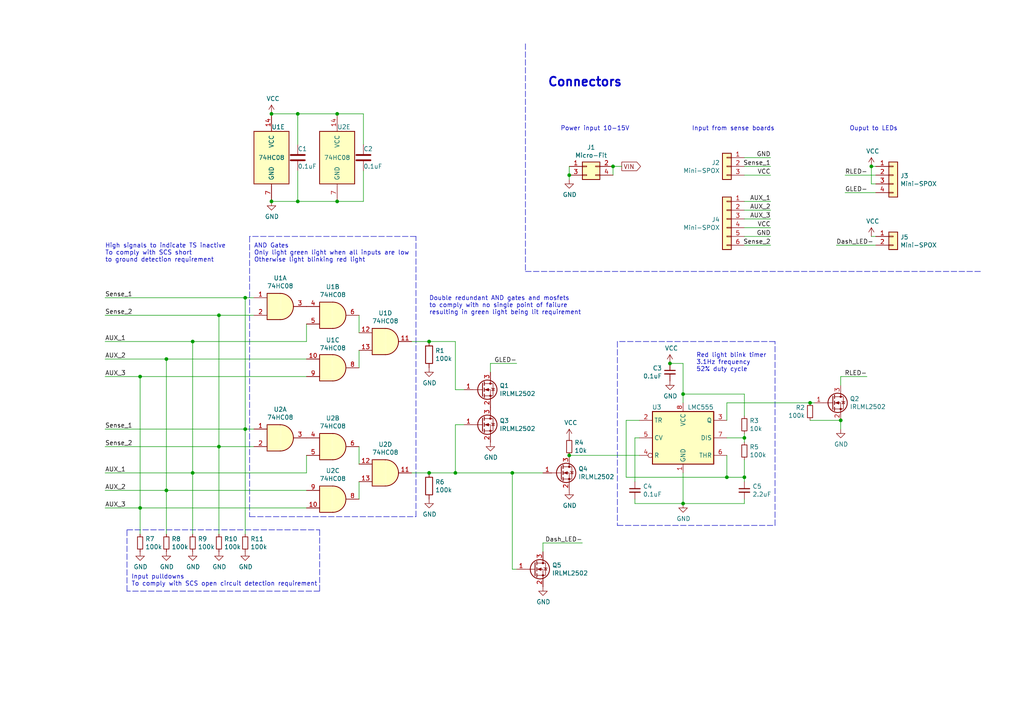
<source format=kicad_sch>
(kicad_sch (version 20211123) (generator eeschema)
  (paper "A4")
  (title_block (title "TSAL Logic and Power Board") (date "2021-03-01") (rev "B") (company "Copyright (c) 2021 Andrew Chen <andrew@xortux.com>"))
  (lib_symbols
    (symbol "archive:74xx_74LS08" (pin_names (offset 1.016))
      (property "Reference" "U" (at 0 1.27 0))
      (property "Value" "74xx_74LS08" (at 0 -1.27 0))
      (symbol "74xx_74LS08_1_1"
        (arc (start 0 -3.81) (mid 3.81 0) (end 0 3.81) (stroke (width 0.254)) (fill (type background)))
        (polyline (pts (xy 0 3.81) (xy -3.81 3.81) (xy -3.81 -3.81) (xy 0 -3.81)) (stroke (width 0.254)) (fill (type background)))
        (pin input line (at -7.62 2.54 0) (length 3.81) (name "~") (number "1"))
        (pin input line (at -7.62 -2.54 0) (length 3.81) (name "~") (number "2"))
        (pin output line (at 7.62 0 180) (length 3.81) (name "~") (number "3"))
      )
      (symbol "74xx_74LS08_1_2"
        (arc (start -3.81 -3.81) (mid -2.589 0) (end -3.81 3.81) (stroke (width 0.254)))
        (arc (start -0.6096 -3.81) (mid 2.1855 -2.584) (end 3.81 0) (stroke (width 0.254)) (fill (type background)))
        (polyline (pts (xy -3.81 -3.81) (xy -0.635 -3.81)) (stroke (width 0.254)) (fill (type background)))
        (polyline (pts (xy -3.81 3.81) (xy -0.635 3.81)) (stroke (width 0.254)) (fill (type background)))
        (polyline (pts (xy -0.635 3.81) (xy -3.81 3.81) (xy -3.81 3.81) (xy -3.556 3.4036) (xy -3.0226 2.2606) (xy -2.6924 1.0414) (xy -2.6162 -0.254) (xy -2.7686 -1.4986) (xy -3.175 -2.7178) (xy -3.81 -3.81) (xy -3.81 -3.81) (xy -0.635 -3.81)) (stroke (width -25.4)) (fill (type background)))
        (arc (start 3.81 0) (mid 2.1928 2.5925) (end -0.6096 3.81) (stroke (width 0.254)) (fill (type background)))
        (pin input inverted (at -7.62 2.54 0) (length 4.318) (name "~") (number "1"))
        (pin input inverted (at -7.62 -2.54 0) (length 4.318) (name "~") (number "2"))
        (pin output inverted (at 7.62 0 180) (length 3.81) (name "~") (number "3"))
      )
      (symbol "74xx_74LS08_2_1"
        (arc (start 0 -3.81) (mid 3.81 0) (end 0 3.81) (stroke (width 0.254)) (fill (type background)))
        (polyline (pts (xy 0 3.81) (xy -3.81 3.81) (xy -3.81 -3.81) (xy 0 -3.81)) (stroke (width 0.254)) (fill (type background)))
        (pin input line (at -7.62 2.54 0) (length 3.81) (name "~") (number "4"))
        (pin input line (at -7.62 -2.54 0) (length 3.81) (name "~") (number "5"))
        (pin output line (at 7.62 0 180) (length 3.81) (name "~") (number "6"))
      )
      (symbol "74xx_74LS08_2_2"
        (arc (start -3.81 -3.81) (mid -2.589 0) (end -3.81 3.81) (stroke (width 0.254)))
        (arc (start -0.6096 -3.81) (mid 2.1855 -2.584) (end 3.81 0) (stroke (width 0.254)) (fill (type background)))
        (polyline (pts (xy -3.81 -3.81) (xy -0.635 -3.81)) (stroke (width 0.254)) (fill (type background)))
        (polyline (pts (xy -3.81 3.81) (xy -0.635 3.81)) (stroke (width 0.254)) (fill (type background)))
        (polyline (pts (xy -0.635 3.81) (xy -3.81 3.81) (xy -3.81 3.81) (xy -3.556 3.4036) (xy -3.0226 2.2606) (xy -2.6924 1.0414) (xy -2.6162 -0.254) (xy -2.7686 -1.4986) (xy -3.175 -2.7178) (xy -3.81 -3.81) (xy -3.81 -3.81) (xy -0.635 -3.81)) (stroke (width -25.4)) (fill (type background)))
        (arc (start 3.81 0) (mid 2.1928 2.5925) (end -0.6096 3.81) (stroke (width 0.254)) (fill (type background)))
        (pin input inverted (at -7.62 2.54 0) (length 4.318) (name "~") (number "4"))
        (pin input inverted (at -7.62 -2.54 0) (length 4.318) (name "~") (number "5"))
        (pin output inverted (at 7.62 0 180) (length 3.81) (name "~") (number "6"))
      )
      (symbol "74xx_74LS08_3_1"
        (arc (start 0 -3.81) (mid 3.81 0) (end 0 3.81) (stroke (width 0.254)) (fill (type background)))
        (polyline (pts (xy 0 3.81) (xy -3.81 3.81) (xy -3.81 -3.81) (xy 0 -3.81)) (stroke (width 0.254)) (fill (type background)))
        (pin input line (at -7.62 -2.54 0) (length 3.81) (name "~") (number "10"))
        (pin output line (at 7.62 0 180) (length 3.81) (name "~") (number "8"))
        (pin input line (at -7.62 2.54 0) (length 3.81) (name "~") (number "9"))
      )
      (symbol "74xx_74LS08_3_2"
        (arc (start -3.81 -3.81) (mid -2.589 0) (end -3.81 3.81) (stroke (width 0.254)))
        (arc (start -0.6096 -3.81) (mid 2.1855 -2.584) (end 3.81 0) (stroke (width 0.254)) (fill (type background)))
        (polyline (pts (xy -3.81 -3.81) (xy -0.635 -3.81)) (stroke (width 0.254)) (fill (type background)))
        (polyline (pts (xy -3.81 3.81) (xy -0.635 3.81)) (stroke (width 0.254)) (fill (type background)))
        (polyline (pts (xy -0.635 3.81) (xy -3.81 3.81) (xy -3.81 3.81) (xy -3.556 3.4036) (xy -3.0226 2.2606) (xy -2.6924 1.0414) (xy -2.6162 -0.254) (xy -2.7686 -1.4986) (xy -3.175 -2.7178) (xy -3.81 -3.81) (xy -3.81 -3.81) (xy -0.635 -3.81)) (stroke (width -25.4)) (fill (type background)))
        (arc (start 3.81 0) (mid 2.1928 2.5925) (end -0.6096 3.81) (stroke (width 0.254)) (fill (type background)))
        (pin input inverted (at -7.62 -2.54 0) (length 4.318) (name "~") (number "10"))
        (pin output inverted (at 7.62 0 180) (length 3.81) (name "~") (number "8"))
        (pin input inverted (at -7.62 2.54 0) (length 4.318) (name "~") (number "9"))
      )
      (symbol "74xx_74LS08_4_1"
        (arc (start 0 -3.81) (mid 3.81 0) (end 0 3.81) (stroke (width 0.254)) (fill (type background)))
        (polyline (pts (xy 0 3.81) (xy -3.81 3.81) (xy -3.81 -3.81) (xy 0 -3.81)) (stroke (width 0.254)) (fill (type background)))
        (pin output line (at 7.62 0 180) (length 3.81) (name "~") (number "11"))
        (pin input line (at -7.62 2.54 0) (length 3.81) (name "~") (number "12"))
        (pin input line (at -7.62 -2.54 0) (length 3.81) (name "~") (number "13"))
      )
      (symbol "74xx_74LS08_4_2"
        (arc (start -3.81 -3.81) (mid -2.589 0) (end -3.81 3.81) (stroke (width 0.254)))
        (arc (start -0.6096 -3.81) (mid 2.1855 -2.584) (end 3.81 0) (stroke (width 0.254)) (fill (type background)))
        (polyline (pts (xy -3.81 -3.81) (xy -0.635 -3.81)) (stroke (width 0.254)) (fill (type background)))
        (polyline (pts (xy -3.81 3.81) (xy -0.635 3.81)) (stroke (width 0.254)) (fill (type background)))
        (polyline (pts (xy -0.635 3.81) (xy -3.81 3.81) (xy -3.81 3.81) (xy -3.556 3.4036) (xy -3.0226 2.2606) (xy -2.6924 1.0414) (xy -2.6162 -0.254) (xy -2.7686 -1.4986) (xy -3.175 -2.7178) (xy -3.81 -3.81) (xy -3.81 -3.81) (xy -0.635 -3.81)) (stroke (width -25.4)) (fill (type background)))
        (arc (start 3.81 0) (mid 2.1928 2.5925) (end -0.6096 3.81) (stroke (width 0.254)) (fill (type background)))
        (pin output inverted (at 7.62 0 180) (length 3.81) (name "~") (number "11"))
        (pin input inverted (at -7.62 2.54 0) (length 4.318) (name "~") (number "12"))
        (pin input inverted (at -7.62 -2.54 0) (length 4.318) (name "~") (number "13"))
      )
      (symbol "74xx_74LS08_5_0"
        (pin power_in line (at 0 12.7 270) (length 5.08) (name "VCC") (number "14"))
        (pin power_in line (at 0 -12.7 90) (length 5.08) (name "GND") (number "7"))
      )
      (symbol "74xx_74LS08_5_1"
        (rectangle (start -5.08 7.62) (end 5.08 -7.62) (stroke (width 0.254)) (fill (type background)))
      )
    )
    (symbol "archive:Connector_Generic_Conn_01x02" (pin_names (offset 1.016) hide)
      (property "Reference" "J" (at 0 2.54 0))
      (property "Value" "Connector_Generic_Conn_01x02" (at 0 -5.08 0))
      (symbol "Connector_Generic_Conn_01x02_1_1"
        (rectangle (start -1.27 -2.413) (end 0 -2.667) (stroke (width 0.1524)))
        (rectangle (start -1.27 0.127) (end 0 -0.127) (stroke (width 0.1524)))
        (rectangle (start -1.27 1.27) (end 1.27 -3.81) (stroke (width 0.254)) (fill (type background)))
        (pin passive line (at -5.08 0 0) (length 3.81) (name "Pin_1") (number "1"))
        (pin passive line (at -5.08 -2.54 0) (length 3.81) (name "Pin_2") (number "2"))
      )
    )
    (symbol "archive:Connector_Generic_Conn_01x03" (pin_names (offset 1.016) hide)
      (property "Reference" "J" (at 0 5.08 0))
      (property "Value" "Connector_Generic_Conn_01x03" (at 0 -5.08 0))
      (symbol "Connector_Generic_Conn_01x03_1_1"
        (rectangle (start -1.27 -2.413) (end 0 -2.667) (stroke (width 0.1524)))
        (rectangle (start -1.27 0.127) (end 0 -0.127) (stroke (width 0.1524)))
        (rectangle (start -1.27 2.667) (end 0 2.413) (stroke (width 0.1524)))
        (rectangle (start -1.27 3.81) (end 1.27 -3.81) (stroke (width 0.254)) (fill (type background)))
        (pin passive line (at -5.08 2.54 0) (length 3.81) (name "Pin_1") (number "1"))
        (pin passive line (at -5.08 0 0) (length 3.81) (name "Pin_2") (number "2"))
        (pin passive line (at -5.08 -2.54 0) (length 3.81) (name "Pin_3") (number "3"))
      )
    )
    (symbol "archive:Connector_Generic_Conn_01x04" (pin_names (offset 1.016) hide)
      (property "Reference" "J" (at 0 5.08 0))
      (property "Value" "Connector_Generic_Conn_01x04" (at 0 -7.62 0))
      (symbol "Connector_Generic_Conn_01x04_1_1"
        (rectangle (start -1.27 -4.953) (end 0 -5.207) (stroke (width 0.1524)))
        (rectangle (start -1.27 -2.413) (end 0 -2.667) (stroke (width 0.1524)))
        (rectangle (start -1.27 0.127) (end 0 -0.127) (stroke (width 0.1524)))
        (rectangle (start -1.27 2.667) (end 0 2.413) (stroke (width 0.1524)))
        (rectangle (start -1.27 3.81) (end 1.27 -6.35) (stroke (width 0.254)) (fill (type background)))
        (pin passive line (at -5.08 2.54 0) (length 3.81) (name "Pin_1") (number "1"))
        (pin passive line (at -5.08 0 0) (length 3.81) (name "Pin_2") (number "2"))
        (pin passive line (at -5.08 -2.54 0) (length 3.81) (name "Pin_3") (number "3"))
        (pin passive line (at -5.08 -5.08 0) (length 3.81) (name "Pin_4") (number "4"))
      )
    )
    (symbol "archive:Connector_Generic_Conn_01x06" (pin_names (offset 1.016) hide)
      (property "Reference" "J" (at 0 7.62 0))
      (property "Value" "Connector_Generic_Conn_01x06" (at 0 -10.16 0))
      (symbol "Connector_Generic_Conn_01x06_1_1"
        (rectangle (start -1.27 -7.493) (end 0 -7.747) (stroke (width 0.1524)))
        (rectangle (start -1.27 -4.953) (end 0 -5.207) (stroke (width 0.1524)))
        (rectangle (start -1.27 -2.413) (end 0 -2.667) (stroke (width 0.1524)))
        (rectangle (start -1.27 0.127) (end 0 -0.127) (stroke (width 0.1524)))
        (rectangle (start -1.27 2.667) (end 0 2.413) (stroke (width 0.1524)))
        (rectangle (start -1.27 5.207) (end 0 4.953) (stroke (width 0.1524)))
        (rectangle (start -1.27 6.35) (end 1.27 -8.89) (stroke (width 0.254)) (fill (type background)))
        (pin passive line (at -5.08 5.08 0) (length 3.81) (name "Pin_1") (number "1"))
        (pin passive line (at -5.08 2.54 0) (length 3.81) (name "Pin_2") (number "2"))
        (pin passive line (at -5.08 0 0) (length 3.81) (name "Pin_3") (number "3"))
        (pin passive line (at -5.08 -2.54 0) (length 3.81) (name "Pin_4") (number "4"))
        (pin passive line (at -5.08 -5.08 0) (length 3.81) (name "Pin_5") (number "5"))
        (pin passive line (at -5.08 -7.62 0) (length 3.81) (name "Pin_6") (number "6"))
      )
    )
    (symbol "archive:Connector_Generic_Conn_02x02_Odd_Even" (pin_names (offset 1.016) hide)
      (property "Reference" "J" (at 1.27 2.54 0))
      (property "Value" "Connector_Generic_Conn_02x02_Odd_Even" (at 1.27 -5.08 0))
      (symbol "Connector_Generic_Conn_02x02_Odd_Even_1_1"
        (rectangle (start -1.27 -2.413) (end 0 -2.667) (stroke (width 0.1524)))
        (rectangle (start -1.27 0.127) (end 0 -0.127) (stroke (width 0.1524)))
        (rectangle (start -1.27 1.27) (end 3.81 -3.81) (stroke (width 0.254)) (fill (type background)))
        (rectangle (start 3.81 -2.413) (end 2.54 -2.667) (stroke (width 0.1524)))
        (rectangle (start 3.81 0.127) (end 2.54 -0.127) (stroke (width 0.1524)))
        (pin passive line (at -5.08 0 0) (length 3.81) (name "Pin_1") (number "1"))
        (pin passive line (at 7.62 0 180) (length 3.81) (name "Pin_2") (number "2"))
        (pin passive line (at -5.08 -2.54 0) (length 3.81) (name "Pin_3") (number "3"))
        (pin passive line (at 7.62 -2.54 180) (length 3.81) (name "Pin_4") (number "4"))
      )
    )
    (symbol "archive:Device_C" (pin_numbers hide) (pin_names (offset 0.254))
      (property "Reference" "C" (at 0.635 2.54 0))
      (property "Value" "Device_C" (at 0.635 -2.54 0))
      (symbol "Device_C_0_1"
        (polyline (pts (xy -2.032 -0.762) (xy 2.032 -0.762)) (stroke (width 0.508)))
        (polyline (pts (xy -2.032 0.762) (xy 2.032 0.762)) (stroke (width 0.508)))
      )
      (symbol "Device_C_1_1"
        (pin passive line (at 0 3.81 270) (length 2.794) (name "~") (number "1"))
        (pin passive line (at 0 -3.81 90) (length 2.794) (name "~") (number "2"))
      )
    )
    (symbol "archive:Device_C_Small" (pin_numbers hide) (pin_names (offset 0.254) hide)
      (property "Reference" "C" (at 0.254 1.778 0))
      (property "Value" "Device_C_Small" (at 0.254 -2.032 0))
      (symbol "Device_C_Small_0_1"
        (polyline (pts (xy -1.524 -0.508) (xy 1.524 -0.508)) (stroke (width 0.3302)))
        (polyline (pts (xy -1.524 0.508) (xy 1.524 0.508)) (stroke (width 0.3048)))
      )
      (symbol "Device_C_Small_1_1"
        (pin passive line (at 0 2.54 270) (length 2.032) (name "~") (number "1"))
        (pin passive line (at 0 -2.54 90) (length 2.032) (name "~") (number "2"))
      )
    )
    (symbol "archive:Device_Q_NMOS_GSD" (pin_names (offset 0) hide)
      (property "Reference" "Q" (at 5.08 1.27 0))
      (property "Value" "Device_Q_NMOS_GSD" (at 5.08 -1.27 0))
      (symbol "Device_Q_NMOS_GSD_0_1"
        (polyline (pts (xy 0.254 0) (xy -2.54 0)))
        (polyline (pts (xy 0.254 1.905) (xy 0.254 -1.905)) (stroke (width 0.254)))
        (polyline (pts (xy 0.762 -1.27) (xy 0.762 -2.286)) (stroke (width 0.254)))
        (polyline (pts (xy 0.762 0.508) (xy 0.762 -0.508)) (stroke (width 0.254)))
        (polyline (pts (xy 0.762 2.286) (xy 0.762 1.27)) (stroke (width 0.254)))
        (polyline (pts (xy 2.54 2.54) (xy 2.54 1.778)))
        (polyline (pts (xy 2.54 -2.54) (xy 2.54 0) (xy 0.762 0)))
        (polyline (pts (xy 0.762 -1.778) (xy 3.302 -1.778) (xy 3.302 1.778) (xy 0.762 1.778)))
        (polyline (pts (xy 1.016 0) (xy 2.032 0.381) (xy 2.032 -0.381) (xy 1.016 0)) (fill (type outline)))
        (polyline (pts (xy 2.794 0.508) (xy 2.921 0.381) (xy 3.683 0.381) (xy 3.81 0.254)))
        (polyline (pts (xy 3.302 0.381) (xy 2.921 -0.254) (xy 3.683 -0.254) (xy 3.302 0.381)))
        (circle (center 1.651 0) (radius 2.794) (stroke (width 0.254)))
        (circle (center 2.54 -1.778) (radius 0.254) (fill (type outline)))
        (circle (center 2.54 1.778) (radius 0.254) (fill (type outline)))
      )
      (symbol "Device_Q_NMOS_GSD_1_1"
        (pin input line (at -5.08 0 0) (length 2.54) (name "G") (number "1"))
        (pin passive line (at 2.54 -5.08 90) (length 2.54) (name "S") (number "2"))
        (pin passive line (at 2.54 5.08 270) (length 2.54) (name "D") (number "3"))
      )
    )
    (symbol "archive:Device_R" (pin_numbers hide) (pin_names (offset 0))
      (property "Reference" "R" (at 2.032 0 90))
      (property "Value" "Device_R" (at 0 0 90))
      (symbol "Device_R_0_1"
        (rectangle (start -1.016 -2.54) (end 1.016 2.54) (stroke (width 0.254)))
      )
      (symbol "Device_R_1_1"
        (pin passive line (at 0 3.81 270) (length 1.27) (name "~") (number "1"))
        (pin passive line (at 0 -3.81 90) (length 1.27) (name "~") (number "2"))
      )
    )
    (symbol "archive:Device_R_Small" (pin_numbers hide) (pin_names (offset 0.254) hide)
      (property "Reference" "R" (at 0.762 0.508 0))
      (property "Value" "Device_R_Small" (at 0.762 -1.016 0))
      (symbol "Device_R_Small_0_1"
        (rectangle (start -0.762 1.778) (end 0.762 -1.778) (stroke (width 0.2032)))
      )
      (symbol "Device_R_Small_1_1"
        (pin passive line (at 0 2.54 270) (length 0.762) (name "~") (number "1"))
        (pin passive line (at 0 -2.54 90) (length 0.762) (name "~") (number "2"))
      )
    )
    (symbol "archive:Mechanical_MountingHole" (pin_names (offset 1.016))
      (property "Reference" "H" (at 0 5.08 0))
      (property "Value" "Mechanical_MountingHole" (at 0 3.175 0))
      (symbol "Mechanical_MountingHole_0_1"
        (circle (center 0 0) (radius 1.27) (stroke (width 1.27)))
      )
    )
    (symbol "archive:Timer_LM555xM"
      (property "Reference" "U" (at -10.16 8.89 0))
      (property "Value" "Timer_LM555xM" (at 2.54 8.89 0))
      (symbol "Timer_LM555xM_0_0"
        (pin power_in line (at 0 -10.16 90) (length 2.54) (name "GND") (number "1"))
        (pin power_in line (at 0 10.16 270) (length 2.54) (name "VCC") (number "8"))
      )
      (symbol "Timer_LM555xM_0_1"
        (rectangle (start -8.89 -7.62) (end 8.89 7.62) (stroke (width 0.254)) (fill (type background)))
        (rectangle (start -8.89 -7.62) (end 8.89 7.62) (stroke (width 0.254)) (fill (type background)))
      )
      (symbol "Timer_LM555xM_1_1"
        (pin input line (at -12.7 5.08 0) (length 3.81) (name "TR") (number "2"))
        (pin output line (at 12.7 5.08 180) (length 3.81) (name "Q") (number "3"))
        (pin input inverted (at -12.7 -5.08 0) (length 3.81) (name "R") (number "4"))
        (pin input line (at -12.7 0 0) (length 3.81) (name "CV") (number "5"))
        (pin input line (at 12.7 -5.08 180) (length 3.81) (name "THR") (number "6"))
        (pin input line (at 12.7 0 180) (length 3.81) (name "DIS") (number "7"))
      )
    )
    (symbol "archive:power_GND" (power) (pin_names (offset 0))
      (property "Value" "power_GND" (at 0 -3.81 0))
      (symbol "power_GND_0_1"
        (polyline (pts (xy 0 0) (xy 0 -1.27) (xy 1.27 -1.27) (xy 0 -2.54) (xy -1.27 -1.27) (xy 0 -1.27)))
      )
      (symbol "power_GND_1_1"
        (pin power_in line (at 0 0 270) (length 0) hide (name "GND") (number "1"))
      )
    )
    (symbol "archive:power_VCC" (power) (pin_names (offset 0))
      (property "Value" "power_VCC" (at 0 3.81 0))
      (symbol "power_VCC_0_1"
        (polyline (pts (xy -0.762 1.27) (xy 0 2.54)))
        (polyline (pts (xy 0 0) (xy 0 2.54)))
        (polyline (pts (xy 0 2.54) (xy 0.762 1.27)))
      )
      (symbol "power_VCC_1_1"
        (pin power_in line (at 0 0 90) (length 0) hide (name "VCC") (number "1"))
      )
    )
  )
  (junction (at 234.95 116.84))
  (junction (at 71.12 124.46))
  (junction (at 71.12 86.36))
  (junction (at 194.31 105.41))
  (junction (at 215.9 138.43))
  (junction (at 124.46 99.06))
  (junction (at 132.08 137.16))
  (junction (at 252.73 48.26))
  (junction (at 177.8 48.26))
  (junction (at 165.1 50.8))
  (junction (at 243.84 121.92))
  (junction (at 210.82 138.43))
  (junction (at 198.12 146.05))
  (junction (at 148.59 137.16))
  (junction (at 63.5 91.44))
  (junction (at 86.36 58.42))
  (junction (at 198.12 114.3))
  (junction (at 40.64 147.32))
  (junction (at 63.5 129.54))
  (junction (at 40.64 109.22))
  (junction (at 55.88 137.16))
  (junction (at 78.74 33.02))
  (junction (at 48.26 142.24))
  (junction (at 165.1 132.08))
  (junction (at 48.26 104.14))
  (junction (at 97.79 58.42))
  (junction (at 55.88 99.06))
  (junction (at 124.46 137.16))
  (junction (at 97.79 33.02))
  (junction (at 86.36 33.02))
  (junction (at 78.74 58.42))
  (junction (at 215.9 127))
  (wire (pts (xy 71.12 124.46) (xy 73.66 124.46)))
  (wire (pts (xy 30.48 86.36) (xy 71.12 86.36)))
  (wire (pts (xy 234.95 121.92) (xy 243.84 121.92)))
  (wire (pts (xy 215.9 133.35) (xy 215.9 138.43)))
  (wire (pts (xy 198.12 105.41) (xy 198.12 114.3)))
  (polyline (pts (xy 120.65 68.58) (xy 72.39 68.58)))
  (wire (pts (xy 215.9 63.5) (xy 223.52 63.5)))
  (wire (pts (xy 215.9 146.05) (xy 215.9 144.78)))
  (wire (pts (xy 55.88 99.06) (xy 55.88 137.16)))
  (wire (pts (xy 215.9 114.3) (xy 215.9 120.65)))
  (wire (pts (xy 177.8 48.26) (xy 177.8 50.8)))
  (wire (pts (xy 215.9 127) (xy 210.82 127)))
  (wire (pts (xy 181.61 121.92) (xy 185.42 121.92)))
  (wire (pts (xy 215.9 138.43) (xy 210.82 138.43)))
  (wire (pts (xy 119.38 137.16) (xy 124.46 137.16)))
  (wire (pts (xy 104.14 91.44) (xy 104.14 96.52)))
  (wire (pts (xy 142.24 105.41) (xy 149.86 105.41)))
  (wire (pts (xy 198.12 146.05) (xy 215.9 146.05)))
  (wire (pts (xy 148.59 165.1) (xy 149.86 165.1)))
  (polyline (pts (xy 36.83 171.45) (xy 36.83 153.67)))
  (wire (pts (xy 124.46 99.06) (xy 132.08 99.06)))
  (wire (pts (xy 86.36 33.02) (xy 97.79 33.02)))
  (wire (pts (xy 48.26 104.14) (xy 88.9 104.14)))
  (polyline (pts (xy 224.79 152.4) (xy 224.79 99.06)))
  (wire (pts (xy 48.26 104.14) (xy 48.26 142.24)))
  (wire (pts (xy 198.12 137.16) (xy 198.12 146.05)))
  (wire (pts (xy 157.48 137.16) (xy 148.59 137.16)))
  (wire (pts (xy 215.9 48.26) (xy 223.52 48.26)))
  (wire (pts (xy 40.64 109.22) (xy 40.64 147.32)))
  (wire (pts (xy 30.48 99.06) (xy 55.88 99.06)))
  (wire (pts (xy 194.31 105.41) (xy 198.12 105.41)))
  (wire (pts (xy 78.74 33.02) (xy 86.36 33.02)))
  (wire (pts (xy 71.12 124.46) (xy 71.12 86.36)))
  (wire (pts (xy 55.88 137.16) (xy 55.88 154.94)))
  (wire (pts (xy 165.1 48.26) (xy 165.1 50.8)))
  (wire (pts (xy 254 68.58) (xy 252.73 68.58)))
  (wire (pts (xy 198.12 114.3) (xy 215.9 114.3)))
  (wire (pts (xy 165.1 50.8) (xy 165.1 52.07)))
  (polyline (pts (xy 72.39 68.58) (xy 72.39 149.86)))
  (wire (pts (xy 210.82 138.43) (xy 210.82 132.08)))
  (wire (pts (xy 105.41 58.42) (xy 105.41 49.53)))
  (wire (pts (xy 40.64 109.22) (xy 88.9 109.22)))
  (wire (pts (xy 132.08 137.16) (xy 132.08 123.19)))
  (wire (pts (xy 148.59 137.16) (xy 148.59 165.1)))
  (polyline (pts (xy 179.07 99.06) (xy 179.07 152.4)))
  (wire (pts (xy 63.5 129.54) (xy 30.48 129.54)))
  (wire (pts (xy 132.08 137.16) (xy 148.59 137.16)))
  (wire (pts (xy 104.14 101.6) (xy 104.14 106.68)))
  (wire (pts (xy 63.5 129.54) (xy 63.5 154.94)))
  (polyline (pts (xy 72.39 149.86) (xy 120.65 149.86)))
  (wire (pts (xy 223.52 45.72) (xy 215.9 45.72)))
  (wire (pts (xy 97.79 58.42) (xy 105.41 58.42)))
  (wire (pts (xy 132.08 113.03) (xy 132.08 99.06)))
  (wire (pts (xy 234.95 116.84) (xy 236.22 116.84)))
  (wire (pts (xy 184.15 146.05) (xy 198.12 146.05)))
  (wire (pts (xy 243.84 109.22) (xy 251.46 109.22)))
  (polyline (pts (xy 92.71 153.67) (xy 92.71 171.45)))
  (wire (pts (xy 48.26 142.24) (xy 88.9 142.24)))
  (wire (pts (xy 86.36 58.42) (xy 86.36 49.53)))
  (wire (pts (xy 157.48 157.48) (xy 168.91 157.48)))
  (wire (pts (xy 132.08 113.03) (xy 134.62 113.03)))
  (wire (pts (xy 215.9 138.43) (xy 215.9 139.7)))
  (wire (pts (xy 30.48 142.24) (xy 48.26 142.24)))
  (wire (pts (xy 104.14 139.7) (xy 104.14 144.78)))
  (wire (pts (xy 254 48.26) (xy 252.73 48.26)))
  (wire (pts (xy 180.34 48.26) (xy 177.8 48.26)))
  (wire (pts (xy 40.64 147.32) (xy 88.9 147.32)))
  (wire (pts (xy 124.46 137.16) (xy 132.08 137.16)))
  (wire (pts (xy 71.12 86.36) (xy 73.66 86.36)))
  (wire (pts (xy 184.15 144.78) (xy 184.15 146.05)))
  (wire (pts (xy 88.9 99.06) (xy 88.9 93.98)))
  (wire (pts (xy 73.66 91.44) (xy 63.5 91.44)))
  (polyline (pts (xy 179.07 152.4) (xy 224.79 152.4)))
  (wire (pts (xy 86.36 41.91) (xy 86.36 33.02)))
  (wire (pts (xy 243.84 111.76) (xy 243.84 109.22)))
  (polyline (pts (xy 152.4 78.74) (xy 284.48 78.74)))
  (wire (pts (xy 254 53.34) (xy 252.73 53.34)))
  (wire (pts (xy 215.9 71.12) (xy 223.52 71.12)))
  (wire (pts (xy 71.12 124.46) (xy 71.12 154.94)))
  (wire (pts (xy 245.11 50.8) (xy 254 50.8)))
  (wire (pts (xy 210.82 121.92) (xy 210.82 116.84)))
  (wire (pts (xy 198.12 114.3) (xy 198.12 116.84)))
  (wire (pts (xy 215.9 50.8) (xy 223.52 50.8)))
  (wire (pts (xy 165.1 132.08) (xy 185.42 132.08)))
  (wire (pts (xy 73.66 129.54) (xy 63.5 129.54)))
  (wire (pts (xy 210.82 138.43) (xy 181.61 138.43)))
  (wire (pts (xy 30.48 109.22) (xy 40.64 109.22)))
  (wire (pts (xy 78.74 58.42) (xy 86.36 58.42)))
  (wire (pts (xy 252.73 53.34) (xy 252.73 48.26)))
  (wire (pts (xy 215.9 128.27) (xy 215.9 127)))
  (wire (pts (xy 97.79 33.02) (xy 105.41 33.02)))
  (wire (pts (xy 105.41 41.91) (xy 105.41 33.02)))
  (polyline (pts (xy 224.79 99.06) (xy 179.07 99.06)))
  (polyline (pts (xy 120.65 149.86) (xy 120.65 68.58)))
  (wire (pts (xy 88.9 137.16) (xy 88.9 132.08)))
  (wire (pts (xy 134.62 123.19) (xy 132.08 123.19)))
  (wire (pts (xy 30.48 104.14) (xy 48.26 104.14)))
  (wire (pts (xy 184.15 127) (xy 184.15 139.7)))
  (wire (pts (xy 157.48 157.48) (xy 157.48 160.02)))
  (wire (pts (xy 55.88 99.06) (xy 88.9 99.06)))
  (polyline (pts (xy 36.83 153.67) (xy 92.71 153.67)))
  (wire (pts (xy 63.5 91.44) (xy 63.5 129.54)))
  (wire (pts (xy 254 71.12) (xy 242.57 71.12)))
  (wire (pts (xy 40.64 147.32) (xy 40.64 154.94)))
  (wire (pts (xy 215.9 127) (xy 215.9 125.73)))
  (wire (pts (xy 245.11 55.88) (xy 254 55.88)))
  (polyline (pts (xy 92.71 171.45) (xy 36.83 171.45)))
  (wire (pts (xy 142.24 105.41) (xy 142.24 107.95)))
  (wire (pts (xy 86.36 58.42) (xy 97.79 58.42)))
  (wire (pts (xy 119.38 99.06) (xy 124.46 99.06)))
  (wire (pts (xy 210.82 116.84) (xy 234.95 116.84)))
  (wire (pts (xy 63.5 91.44) (xy 30.48 91.44)))
  (wire (pts (xy 215.9 68.58) (xy 223.52 68.58)))
  (wire (pts (xy 104.14 129.54) (xy 104.14 134.62)))
  (wire (pts (xy 30.48 137.16) (xy 55.88 137.16)))
  (wire (pts (xy 215.9 66.04) (xy 223.52 66.04)))
  (wire (pts (xy 30.48 147.32) (xy 40.64 147.32)))
  (wire (pts (xy 30.48 124.46) (xy 71.12 124.46)))
  (wire (pts (xy 48.26 142.24) (xy 48.26 154.94)))
  (wire (pts (xy 184.15 127) (xy 185.42 127)))
  (wire (pts (xy 243.84 124.46) (xy 243.84 121.92)))
  (wire (pts (xy 223.52 58.42) (xy 215.9 58.42)))
  (wire (pts (xy 55.88 137.16) (xy 88.9 137.16)))
  (wire (pts (xy 215.9 60.96) (xy 223.52 60.96)))
  (polyline (pts (xy 152.4 12.7) (xy 152.4 78.74)))
  (wire (pts (xy 181.61 121.92) (xy 181.61 138.43)))
  (text "Red light blink timer\n3.1Hz frequency\n52% duty cycle" (at 201.93 107.95 0) (effects (font (size 1.27 1.27)) (justify left bottom)))
  (text "Power input 10-15V" (at 162.56 38.1 0) (effects (font (size 1.27 1.27)) (justify left bottom)))
  (text "High signals to indicate TS inactive\nTo comply with SCS short\nto ground detection requirement" (at 30.48 76.2 0) (effects (font (size 1.27 1.27)) (justify left bottom)))
  (text "Input from sense boards" (at 200.66 38.1 0) (effects (font (size 1.27 1.27)) (justify left bottom)))
  (text "Input pulldowns\nTo comply with SCS open circuit detection requirement" (at 38.1 170.18 0) (effects (font (size 1.27 1.27)) (justify left bottom)))
  (text "Double redundant AND gates and mosfets\nto comply with no single point of failure\nresulting in green light being lit requirement" (at 124.46 91.44 0) (effects (font (size 1.27 1.27)) (justify left bottom)))
  (text "Connectors" (at 158.75 25.4 0) (effects (font (size 2.54 2.54) (thickness 0.508) bold) (justify left bottom)))
  (text "AND Gates\nOnly light green light when all inputs are low\nOtherwise light blinking red light" (at 73.66 76.2 0) (effects (font (size 1.27 1.27)) (justify left bottom)))
  (text "Ouput to LEDs" (at 246.38 38.1 0) (effects (font (size 1.27 1.27)) (justify left bottom)))
  (label "Dash_LED-" (at 168.91 157.48 180))
  (label "AUX_3" (at 223.52 63.5 180))
  (label "AUX_2" (at 30.48 104.14 0))
  (label "VCC" (at 223.52 66.04 180))
  (label "GLED-" (at 245.11 55.88 0))
  (label "AUX_2" (at 223.52 60.96 180))
  (label "Sense_1" (at 30.48 124.46 0))
  (label "Sense_2" (at 30.48 129.54 0))
  (label "GND" (at 223.52 45.72 180))
  (label "AUX_1" (at 223.52 58.42 180))
  (label "GLED-" (at 149.86 105.41 180))
  (label "AUX_3" (at 30.48 147.32 0))
  (label "Sense_1" (at 30.48 86.36 0))
  (label "Sense_1" (at 223.52 48.26 180))
  (label "RLED-" (at 251.46 109.22 180))
  (label "GND" (at 223.52 68.58 180))
  (label "Sense_2" (at 30.48 91.44 0))
  (label "AUX_2" (at 30.48 142.24 0))
  (label "AUX_3" (at 30.48 109.22 0))
  (label "Dash_LED-" (at 242.57 71.12 0))
  (label "Sense_2" (at 223.52 71.12 180))
  (label "RLED-" (at 245.11 50.8 0))
  (label "AUX_1" (at 30.48 99.06 0))
  (label "AUX_1" (at 30.48 137.16 0))
  (label "VCC" (at 223.52 50.8 180))
  (global_label "VIN" (shape output) (at 180.34 48.26 0) (property "Intersheet References" "${INTERSHEET_REFS}" (effects hide)))
  (symbol (lib_id "archive:Timer_LM555xM") (at 198.12 127 0) (unit 1)
    (property "Reference" "U3" (at 190.5 118.11 0))
    (property "Value" "LMC555" (at 203.2 118.11 0))
    (property "Footprint" "Package_SO:VSSOP-8_3.0x3.0mm_P0.65mm" (effects hide))
    (property "Datasheet" "http://www.ti.com/lit/ds/symlink/lm555.pdf" (effects hide))
    (property "Part" "LMC555CMM" (effects hide))
  )
  (symbol (lib_id "archive:power_GND") (at 198.12 146.05 0) (unit 1)
    (property "Reference" "#PWR014" (effects hide))
    (property "Value" "GND" (at 198.247 150.4442 0))
  )
  (symbol (lib_id "archive:Device_R_Small") (at 215.9 123.19 0) (unit 1)
    (property "Reference" "R3" (at 217.3986 122.0216 0) (effects (justify left)))
    (property "Value" "10k" (at 217.3986 124.333 0) (effects (justify left)))
    (property "Footprint" "archive:R_0805_2012Metric" (effects hide))
  )
  (symbol (lib_id "archive:Device_R_Small") (at 215.9 130.81 0) (unit 1)
    (property "Reference" "R5" (at 217.3986 129.6416 0) (effects (justify left)))
    (property "Value" "100k" (at 217.3986 131.953 0) (effects (justify left)))
    (property "Footprint" "archive:R_0805_2012Metric" (effects hide))
  )
  (symbol (lib_id "archive:Device_C_Small") (at 215.9 142.24 0) (unit 1)
    (property "Reference" "C5" (at 218.2368 141.0716 0) (effects (justify left)))
    (property "Value" "2.2uF" (at 218.2368 143.383 0) (effects (justify left)))
    (property "Footprint" "archive:C_0805_2012Metric" (effects hide))
    (property "Part" "GRM21BR71E225KE11" (effects hide))
  )
  (symbol (lib_id "archive:power_GND") (at 243.84 124.46 0) (unit 1)
    (property "Reference" "#PWR09" (effects hide))
    (property "Value" "GND" (at 243.967 128.8542 0))
  )
  (symbol (lib_id "archive:Device_R_Small") (at 234.95 119.38 0) (unit 1)
    (property "Reference" "R2" (at 233.4768 118.2116 0) (effects (justify right)))
    (property "Value" "100k" (at 233.4768 120.523 0) (effects (justify right)))
    (property "Footprint" "archive:R_0402_1005Metric" (effects hide))
  )
  (symbol (lib_id "archive:power_GND") (at 142.24 128.27 0) (unit 1)
    (property "Reference" "#PWR011" (effects hide))
    (property "Value" "GND" (at 142.367 132.6642 0))
  )
  (symbol (lib_id "archive:power_VCC") (at 194.31 105.41 0) (unit 1)
    (property "Reference" "#PWR06" (effects hide))
    (property "Value" "VCC" (at 194.7418 101.0158 0))
  )
  (symbol (lib_id "archive:Device_C_Small") (at 184.15 142.24 0) (unit 1)
    (property "Reference" "C4" (at 186.4868 141.0716 0) (effects (justify left)))
    (property "Value" "0.1uF" (at 186.4868 143.383 0) (effects (justify left)))
    (property "Footprint" "archive:C_0402_1005Metric" (effects hide))
  )
  (symbol (lib_id "archive:74xx_74LS08") (at 81.28 88.9 0) (unit 1)
    (property "Reference" "U1" (at 81.28 80.645 0))
    (property "Value" "74HC08" (at 81.28 82.9564 0))
    (property "Footprint" "archive:TSSOP-14_4.4x5mm_P0.65mm" (effects hide))
    (property "Datasheet" "http://www.ti.com/lit/gpn/sn74LS08" (effects hide))
    (property "Part" "SN74HC08PW" (effects hide))
  )
  (symbol (lib_id "archive:74xx_74LS08") (at 96.52 91.44 0) (unit 2)
    (property "Reference" "U1" (at 96.52 83.185 0))
    (property "Value" "74HC08" (at 96.52 85.4964 0))
    (property "Footprint" "archive:TSSOP-14_4.4x5mm_P0.65mm" (effects hide))
    (property "Datasheet" "http://www.ti.com/lit/gpn/sn74LS08" (effects hide))
    (property "Part" "SN74HC08PW" (effects hide))
  )
  (symbol (lib_id "archive:74xx_74LS08") (at 96.52 106.68 0) (mirror x) (unit 3)
    (property "Reference" "U1" (at 96.52 98.6282 0))
    (property "Value" "74HC08" (at 96.52 100.9396 0))
    (property "Footprint" "archive:TSSOP-14_4.4x5mm_P0.65mm" (effects hide))
    (property "Datasheet" "http://www.ti.com/lit/gpn/sn74LS08" (effects hide))
    (property "Part" "SN74HC08PW" (effects hide))
  )
  (symbol (lib_id "archive:74xx_74LS08") (at 111.76 99.06 0) (unit 4)
    (property "Reference" "U1" (at 111.76 90.805 0))
    (property "Value" "74HC08" (at 111.76 93.1164 0))
    (property "Footprint" "archive:TSSOP-14_4.4x5mm_P0.65mm" (effects hide))
    (property "Datasheet" "http://www.ti.com/lit/gpn/sn74LS08" (effects hide))
    (property "Part" "SN74HC08PW" (effects hide))
  )
  (symbol (lib_id "archive:74xx_74LS08") (at 78.74 45.72 0) (unit 5)
    (property "Reference" "U1" (at 78.74 36.83 0) (effects (justify left)))
    (property "Value" "74HC08" (at 78.74 45.72 0))
    (property "Footprint" "archive:TSSOP-14_4.4x5mm_P0.65mm" (effects hide))
    (property "Datasheet" "http://www.ti.com/lit/gpn/sn74LS08" (effects hide))
    (property "Part" "SN74HC08PW" (effects hide))
  )
  (symbol (lib_id "archive:74xx_74LS08") (at 81.28 127 0) (unit 1)
    (property "Reference" "U2" (at 81.28 118.745 0))
    (property "Value" "74HC08" (at 81.28 121.0564 0))
    (property "Footprint" "archive:TSSOP-14_4.4x5mm_P0.65mm" (effects hide))
    (property "Datasheet" "http://www.ti.com/lit/gpn/sn74LS08" (effects hide))
    (property "Part" "SN74HC08PW" (effects hide))
  )
  (symbol (lib_id "archive:74xx_74LS08") (at 96.52 129.54 0) (unit 2)
    (property "Reference" "U2" (at 96.52 121.285 0))
    (property "Value" "74HC08" (at 96.52 123.5964 0))
    (property "Footprint" "archive:TSSOP-14_4.4x5mm_P0.65mm" (effects hide))
    (property "Datasheet" "http://www.ti.com/lit/gpn/sn74LS08" (effects hide))
    (property "Part" "SN74HC08PW" (effects hide))
  )
  (symbol (lib_id "archive:74xx_74LS08") (at 96.52 144.78 0) (unit 3)
    (property "Reference" "U2" (at 96.52 136.525 0))
    (property "Value" "74HC08" (at 96.52 138.8364 0))
    (property "Footprint" "archive:TSSOP-14_4.4x5mm_P0.65mm" (effects hide))
    (property "Datasheet" "http://www.ti.com/lit/gpn/sn74LS08" (effects hide))
    (property "Part" "SN74HC08PW" (effects hide))
  )
  (symbol (lib_id "archive:74xx_74LS08") (at 111.76 137.16 0) (unit 4)
    (property "Reference" "U2" (at 111.76 128.905 0))
    (property "Value" "74HC08" (at 111.76 131.2164 0))
    (property "Footprint" "archive:TSSOP-14_4.4x5mm_P0.65mm" (effects hide))
    (property "Datasheet" "http://www.ti.com/lit/gpn/sn74LS08" (effects hide))
    (property "Part" "SN74HC08PW" (effects hide))
  )
  (symbol (lib_id "archive:Device_R") (at 124.46 102.87 0) (unit 1)
    (property "Reference" "R1" (at 126.238 101.7016 0) (effects (justify left)))
    (property "Value" "100k" (at 126.238 104.013 0) (effects (justify left)))
    (property "Footprint" "archive:R_0402_1005Metric" (effects hide))
  )
  (symbol (lib_id "archive:power_GND") (at 124.46 106.68 0) (unit 1)
    (property "Reference" "#PWR07" (effects hide))
    (property "Value" "GND" (at 124.587 111.0742 0))
  )
  (symbol (lib_id "archive:Device_R") (at 124.46 140.97 0) (unit 1)
    (property "Reference" "R6" (at 126.238 139.8016 0) (effects (justify left)))
    (property "Value" "100k" (at 126.238 142.113 0) (effects (justify left)))
    (property "Footprint" "archive:R_0402_1005Metric" (effects hide))
  )
  (symbol (lib_id "archive:power_GND") (at 124.46 144.78 0) (unit 1)
    (property "Reference" "#PWR013" (effects hide))
    (property "Value" "GND" (at 124.587 149.1742 0))
  )
  (symbol (lib_id "archive:Connector_Generic_Conn_01x02") (at 259.08 68.58 0) (unit 1)
    (property "Reference" "J5" (at 261.112 68.7832 0) (effects (justify left)))
    (property "Value" "Mini-SPOX" (at 261.112 71.0946 0) (effects (justify left)))
    (property "Footprint" "archive:Molex_SPOX_5267-02A_1x02_P2.50mm_Vertical" (effects hide))
    (property "Part" "22-03-5025" (effects hide))
  )
  (symbol (lib_id "archive:Connector_Generic_Conn_01x04") (at 259.08 50.8 0) (unit 1)
    (property "Reference" "J3" (at 261.112 51.0032 0) (effects (justify left)))
    (property "Value" "Mini-SPOX" (at 261.112 53.3146 0) (effects (justify left)))
    (property "Footprint" "archive:Molex_SPOX_5267-04A_1x04_P2.50mm_Vertical" (effects hide))
    (property "Part" "22-03-5045" (effects hide))
  )
  (symbol (lib_id "archive:Connector_Generic_Conn_01x03") (at 210.82 48.26 0) (mirror y) (unit 1)
    (property "Reference" "J2" (at 208.788 47.1932 0) (effects (justify left)))
    (property "Value" "Mini-SPOX" (at 208.788 49.5046 0) (effects (justify left)))
    (property "Footprint" "archive:Molex_SPOX_5267-03A_1x03_P2.50mm_Vertical" (effects hide))
    (property "Part" "22-03-5035" (effects hide))
  )
  (symbol (lib_id "archive:Connector_Generic_Conn_01x06") (at 210.82 63.5 0) (mirror y) (unit 1)
    (property "Reference" "J4" (at 208.788 63.7032 0) (effects (justify left)))
    (property "Value" "Mini-SPOX" (at 208.788 66.0146 0) (effects (justify left)))
    (property "Footprint" "archive:Molex_SPOX_5267-06A_1x06_P2.50mm_Vertical" (effects hide))
    (property "Part" "22-03-5065" (effects hide))
  )
  (symbol (lib_id "archive:Connector_Generic_Conn_02x02_Odd_Even") (at 170.18 48.26 0) (unit 1)
    (property "Reference" "J1" (at 171.45 42.7482 0))
    (property "Value" "Micro-Fit" (at 171.45 45.0596 0))
    (property "Footprint" "archive:Molex_Micro-Fit_3.0_43045-0412_2x02_P3.00mm_Vertical" (effects hide))
    (property "Part" "43045-0413" (effects hide))
  )
  (symbol (lib_id "archive:74xx_74LS08") (at 97.79 45.72 0) (unit 5)
    (property "Reference" "U2" (at 97.79 36.83 0) (effects (justify left)))
    (property "Value" "74HC08" (at 97.79 45.72 0))
    (property "Footprint" "archive:TSSOP-14_4.4x5mm_P0.65mm" (effects hide))
    (property "Datasheet" "http://www.ti.com/lit/gpn/sn74LS08" (effects hide))
    (property "Part" "SN74HC08PW" (effects hide))
  )
  (symbol (lib_id "archive:Mechanical_MountingHole") (at 304.8 187.96 0) (unit 1)
    (property "Reference" "H1" (at 307.34 186.7916 0) (effects (justify left)))
    (property "Value" "MountingHole" (at 307.34 189.103 0) (effects (justify left)))
    (property "Footprint" "archive:MountingHole_3.2mm_M3_Pad" (effects hide))
  )
  (symbol (lib_id "archive:Mechanical_MountingHole") (at 304.8 193.04 0) (unit 1)
    (property "Reference" "H2" (at 307.34 191.8716 0) (effects (justify left)))
    (property "Value" "MountingHole" (at 307.34 194.183 0) (effects (justify left)))
    (property "Footprint" "archive:MountingHole_3.2mm_M3_Pad" (effects hide))
  )
  (symbol (lib_id "archive:Mechanical_MountingHole") (at 304.8 198.12 0) (unit 1)
    (property "Reference" "H3" (at 307.34 196.9516 0) (effects (justify left)))
    (property "Value" "MountingHole" (at 307.34 199.263 0) (effects (justify left)))
    (property "Footprint" "archive:MountingHole_3.2mm_M3_Pad" (effects hide))
  )
  (symbol (lib_id "archive:Mechanical_MountingHole") (at 304.8 203.2 0) (unit 1)
    (property "Reference" "H4" (at 307.34 202.0316 0) (effects (justify left)))
    (property "Value" "MountingHole" (at 307.34 204.343 0) (effects (justify left)))
    (property "Footprint" "archive:MountingHole_3.2mm_M3_Pad" (effects hide))
  )
  (symbol (lib_id "archive:Device_Q_NMOS_GSD") (at 139.7 113.03 0) (unit 1)
    (property "Reference" "Q1" (at 144.8816 111.8616 0) (effects (justify left)))
    (property "Value" "IRLML2502" (at 144.8816 114.173 0) (effects (justify left)))
    (property "Footprint" "archive:SOT-23" (effects hide))
    (property "Part" "IRLML2502TRPBF" (effects hide))
  )
  (symbol (lib_id "archive:Device_Q_NMOS_GSD") (at 139.7 123.19 0) (unit 1)
    (property "Reference" "Q3" (at 144.8816 122.0216 0) (effects (justify left)))
    (property "Value" "IRLML2502" (at 144.8816 124.333 0) (effects (justify left)))
    (property "Footprint" "archive:SOT-23" (effects hide))
    (property "Part" "IRLML2502TRPBF" (effects hide))
  )
  (symbol (lib_id "archive:Device_Q_NMOS_GSD") (at 241.3 116.84 0) (unit 1)
    (property "Reference" "Q2" (at 246.4816 115.6716 0) (effects (justify left)))
    (property "Value" "IRLML2502" (at 246.4816 117.983 0) (effects (justify left)))
    (property "Footprint" "archive:SOT-23" (effects hide))
    (property "Part" "IRLML2502TRPBF" (effects hide))
  )
  (symbol (lib_id "archive:Device_R_Small") (at 165.1 129.54 0) (unit 1)
    (property "Reference" "R4" (at 166.5986 128.3716 0) (effects (justify left)))
    (property "Value" "10k" (at 166.5986 130.683 0) (effects (justify left)))
    (property "Footprint" "archive:R_0402_1005Metric" (effects hide))
  )
  (symbol (lib_id "archive:power_VCC") (at 165.1 127 0) (unit 1)
    (property "Reference" "#PWR010" (effects hide))
    (property "Value" "VCC" (at 165.5318 122.6058 0))
  )
  (symbol (lib_id "archive:Device_Q_NMOS_GSD") (at 162.56 137.16 0) (unit 1)
    (property "Reference" "Q4" (at 167.7416 135.9916 0) (effects (justify left)))
    (property "Value" "IRLML2502" (at 167.7416 138.303 0) (effects (justify left)))
    (property "Footprint" "archive:SOT-23" (effects hide))
    (property "Part" "IRLML2502TRPBF" (effects hide))
  )
  (symbol (lib_id "archive:power_GND") (at 165.1 142.24 0) (unit 1)
    (property "Reference" "#PWR012" (effects hide))
    (property "Value" "GND" (at 165.227 146.6342 0))
  )
  (symbol (lib_id "archive:Device_C") (at 86.36 45.72 0) (unit 1)
    (property "Reference" "C1" (at 86.36 43.18 0) (effects (justify left)))
    (property "Value" "0.1uF" (at 86.36 48.26 0) (effects (justify left)))
    (property "Footprint" "archive:C_0402_1005Metric" (effects hide))
  )
  (symbol (lib_id "archive:Device_C") (at 105.41 45.72 0) (unit 1)
    (property "Reference" "C2" (at 105.41 43.18 0) (effects (justify left)))
    (property "Value" "0.1uF" (at 105.41 48.26 0) (effects (justify left)))
    (property "Footprint" "archive:C_0402_1005Metric" (effects hide))
  )
  (symbol (lib_id "archive:Device_R_Small") (at 71.12 157.48 0) (unit 1)
    (property "Reference" "R11" (at 72.6186 156.3116 0) (effects (justify left)))
    (property "Value" "100k" (at 72.6186 158.623 0) (effects (justify left)))
    (property "Footprint" "archive:R_0402_1005Metric" (effects hide))
  )
  (symbol (lib_id "archive:Device_R_Small") (at 63.5 157.48 0) (unit 1)
    (property "Reference" "R10" (at 64.9986 156.3116 0) (effects (justify left)))
    (property "Value" "100k" (at 64.9986 158.623 0) (effects (justify left)))
    (property "Footprint" "archive:R_0402_1005Metric" (effects hide))
  )
  (symbol (lib_id "archive:power_GND") (at 71.12 160.02 0) (unit 1)
    (property "Reference" "#PWR019" (effects hide))
    (property "Value" "GND" (at 71.247 164.4142 0))
  )
  (symbol (lib_id "archive:power_GND") (at 63.5 160.02 0) (unit 1)
    (property "Reference" "#PWR018" (effects hide))
    (property "Value" "GND" (at 63.627 164.4142 0))
  )
  (symbol (lib_id "archive:Device_R_Small") (at 55.88 157.48 0) (unit 1)
    (property "Reference" "R9" (at 57.3786 156.3116 0) (effects (justify left)))
    (property "Value" "100k" (at 57.3786 158.623 0) (effects (justify left)))
    (property "Footprint" "archive:R_0402_1005Metric" (effects hide))
  )
  (symbol (lib_id "archive:power_GND") (at 55.88 160.02 0) (unit 1)
    (property "Reference" "#PWR017" (effects hide))
    (property "Value" "GND" (at 56.007 164.4142 0))
  )
  (symbol (lib_id "archive:Device_R_Small") (at 48.26 157.48 0) (unit 1)
    (property "Reference" "R8" (at 49.7586 156.3116 0) (effects (justify left)))
    (property "Value" "100k" (at 49.7586 158.623 0) (effects (justify left)))
    (property "Footprint" "archive:R_0402_1005Metric" (effects hide))
  )
  (symbol (lib_id "archive:power_GND") (at 48.26 160.02 0) (unit 1)
    (property "Reference" "#PWR016" (effects hide))
    (property "Value" "GND" (at 48.387 164.4142 0))
  )
  (symbol (lib_id "archive:Device_R_Small") (at 40.64 157.48 0) (unit 1)
    (property "Reference" "R7" (at 42.1386 156.3116 0) (effects (justify left)))
    (property "Value" "100k" (at 42.1386 158.623 0) (effects (justify left)))
    (property "Footprint" "archive:R_0402_1005Metric" (effects hide))
  )
  (symbol (lib_id "archive:power_GND") (at 40.64 160.02 0) (unit 1)
    (property "Reference" "#PWR015" (effects hide))
    (property "Value" "GND" (at 40.767 164.4142 0))
  )
  (symbol (lib_id "archive:power_VCC") (at 78.74 33.02 0) (unit 1)
    (property "Reference" "#PWR01" (effects hide))
    (property "Value" "VCC" (at 79.1718 28.6258 0))
  )
  (symbol (lib_id "archive:power_GND") (at 78.74 58.42 0) (unit 1)
    (property "Reference" "#PWR04" (effects hide))
    (property "Value" "GND" (at 78.867 62.8142 0))
  )
  (symbol (lib_id "archive:Device_C_Small") (at 194.31 107.95 0) (unit 1)
    (property "Reference" "C3" (at 191.9986 106.7816 0) (effects (justify right)))
    (property "Value" "0.1uF" (at 191.9986 109.093 0) (effects (justify right)))
    (property "Footprint" "archive:C_0402_1005Metric" (effects hide))
  )
  (symbol (lib_id "archive:power_GND") (at 194.31 110.49 0) (unit 1)
    (property "Reference" "#PWR08" (effects hide))
    (property "Value" "GND" (at 194.437 114.8842 0))
  )
  (symbol (lib_id "archive:Device_Q_NMOS_GSD") (at 154.94 165.1 0) (unit 1)
    (property "Reference" "Q5" (at 160.1216 163.9316 0) (effects (justify left)))
    (property "Value" "IRLML2502" (at 160.1216 166.243 0) (effects (justify left)))
    (property "Footprint" "archive:SOT-23" (effects hide))
    (property "Part" "IRLML2502TRPBF" (effects hide))
  )
  (symbol (lib_id "archive:power_GND") (at 157.48 170.18 0) (unit 1)
    (property "Reference" "#PWR020" (effects hide))
    (property "Value" "GND" (at 157.607 174.5742 0))
  )
  (symbol (lib_id "archive:power_VCC") (at 252.73 68.58 0) (unit 1)
    (property "Reference" "#PWR05" (effects hide))
    (property "Value" "VCC" (at 253.111 64.1858 0))
  )
  (symbol (lib_id "archive:power_VCC") (at 252.73 48.26 0) (unit 1)
    (property "Reference" "#PWR02" (effects hide))
    (property "Value" "VCC" (at 253.111 43.8658 0))
  )
  (symbol (lib_id "archive:power_GND") (at 165.1 52.07 0) (unit 1)
    (property "Reference" "#PWR03" (effects hide))
    (property "Value" "GND" (at 165.227 56.4642 0))
  )
  (sheet (at 304.8 15.24) (size 12.7 7.62)
    (property "Sheet name" "Power" (at 304.8 14.5284 0) (effects (justify left bottom)))
    (property "Sheet file" "TSAL_Power.kicad_sch" (at 304.8 23.4446 0) (effects (justify left top)))
  )
)
</source>
